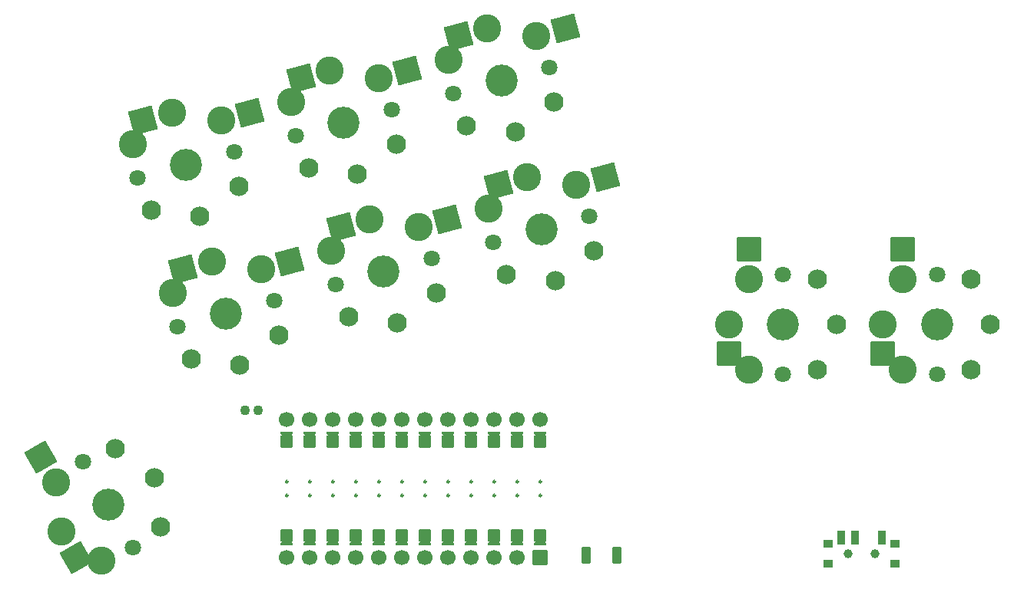
<source format=gbr>
%TF.GenerationSoftware,KiCad,Pcbnew,(6.0.5-0)*%
%TF.CreationDate,2022-07-11T16:51:09+02:00*%
%TF.ProjectId,kardV2,6b617264-5632-42e6-9b69-6361645f7063,v1.0.0*%
%TF.SameCoordinates,Original*%
%TF.FileFunction,Soldermask,Bot*%
%TF.FilePolarity,Negative*%
%FSLAX46Y46*%
G04 Gerber Fmt 4.6, Leading zero omitted, Abs format (unit mm)*
G04 Created by KiCad (PCBNEW (6.0.5-0)) date 2022-07-11 16:51:09*
%MOMM*%
%LPD*%
G01*
G04 APERTURE LIST*
G04 Aperture macros list*
%AMRoundRect*
0 Rectangle with rounded corners*
0 $1 Rounding radius*
0 $2 $3 $4 $5 $6 $7 $8 $9 X,Y pos of 4 corners*
0 Add a 4 corners polygon primitive as box body*
4,1,4,$2,$3,$4,$5,$6,$7,$8,$9,$2,$3,0*
0 Add four circle primitives for the rounded corners*
1,1,$1+$1,$2,$3*
1,1,$1+$1,$4,$5*
1,1,$1+$1,$6,$7*
1,1,$1+$1,$8,$9*
0 Add four rect primitives between the rounded corners*
20,1,$1+$1,$2,$3,$4,$5,0*
20,1,$1+$1,$4,$5,$6,$7,0*
20,1,$1+$1,$6,$7,$8,$9,0*
20,1,$1+$1,$8,$9,$2,$3,0*%
%AMFreePoly0*
4,1,16,0.635355,1.035355,0.650000,1.000000,0.650000,-0.250000,0.635355,-0.285355,0.600000,-0.300000,-0.600000,-0.300000,-0.635355,-0.285355,-0.650000,-0.250000,-0.650000,1.000000,-0.635355,1.035355,-0.600000,1.050000,-0.564645,1.035355,0.000000,0.470710,0.564645,1.035355,0.600000,1.050000,0.635355,1.035355,0.635355,1.035355,$1*%
%AMFreePoly1*
4,1,14,0.635355,0.435355,0.650000,0.400000,0.650000,0.200000,0.635355,0.164645,0.035355,-0.435355,0.000000,-0.450000,-0.035355,-0.435355,-0.635355,0.164645,-0.650000,0.200000,-0.650000,0.400000,-0.635355,0.435355,-0.600000,0.450000,0.600000,0.450000,0.635355,0.435355,0.635355,0.435355,$1*%
G04 Aperture macros list end*
%ADD10C,0.250000*%
%ADD11C,0.100000*%
%ADD12C,3.529000*%
%ADD13C,1.801800*%
%ADD14C,3.100000*%
%ADD15RoundRect,0.050000X1.775833X-0.475833X0.475833X1.775833X-1.775833X0.475833X-0.475833X-1.775833X0*%
%ADD16C,2.132000*%
%ADD17RoundRect,0.050000X-0.919239X-1.592168X1.592168X-0.919239X0.919239X1.592168X-1.592168X0.919239X0*%
%ADD18RoundRect,0.050000X1.300000X-1.300000X1.300000X1.300000X-1.300000X1.300000X-1.300000X-1.300000X0*%
%ADD19C,1.700000*%
%ADD20RoundRect,0.050000X0.800000X0.800000X-0.800000X0.800000X-0.800000X-0.800000X0.800000X-0.800000X0*%
%ADD21FreePoly0,0.000000*%
%ADD22FreePoly1,0.000000*%
%ADD23FreePoly1,180.000000*%
%ADD24FreePoly0,180.000000*%
%ADD25C,1.000000*%
%ADD26RoundRect,0.050000X-0.350000X-0.750000X0.350000X-0.750000X0.350000X0.750000X-0.350000X0.750000X0*%
%ADD27RoundRect,0.050000X-0.500000X-0.400000X0.500000X-0.400000X0.500000X0.400000X-0.500000X0.400000X0*%
%ADD28RoundRect,0.050000X0.450000X0.850000X-0.450000X0.850000X-0.450000X-0.850000X0.450000X-0.850000X0*%
%ADD29C,1.100000*%
G04 APERTURE END LIST*
D10*
%TO.C,MCU1*%
X37228950Y7200291D02*
G75*
G03*
X37228950Y7200291I-125000J0D01*
G01*
X37228950Y5676291D02*
G75*
G03*
X37228950Y5676291I-125000J0D01*
G01*
X39768950Y7200291D02*
G75*
G03*
X39768950Y7200291I-125000J0D01*
G01*
X39768950Y5676291D02*
G75*
G03*
X39768950Y5676291I-125000J0D01*
G01*
X42308950Y7200291D02*
G75*
G03*
X42308950Y7200291I-125000J0D01*
G01*
X42308950Y5676291D02*
G75*
G03*
X42308950Y5676291I-125000J0D01*
G01*
X44848950Y7200291D02*
G75*
G03*
X44848950Y7200291I-125000J0D01*
G01*
X44848950Y5676291D02*
G75*
G03*
X44848950Y5676291I-125000J0D01*
G01*
X47388950Y7200291D02*
G75*
G03*
X47388950Y7200291I-125000J0D01*
G01*
X47388950Y5676291D02*
G75*
G03*
X47388950Y5676291I-125000J0D01*
G01*
X49928950Y7200291D02*
G75*
G03*
X49928950Y7200291I-125000J0D01*
G01*
X49928950Y5676291D02*
G75*
G03*
X49928950Y5676291I-125000J0D01*
G01*
X52468950Y7200291D02*
G75*
G03*
X52468950Y7200291I-125000J0D01*
G01*
X52468950Y5676291D02*
G75*
G03*
X52468950Y5676291I-125000J0D01*
G01*
X55008950Y7200291D02*
G75*
G03*
X55008950Y7200291I-125000J0D01*
G01*
X55008950Y5676291D02*
G75*
G03*
X55008950Y5676291I-125000J0D01*
G01*
X57548950Y7200291D02*
G75*
G03*
X57548950Y7200291I-125000J0D01*
G01*
X57548950Y5676291D02*
G75*
G03*
X57548950Y5676291I-125000J0D01*
G01*
X60088950Y7200291D02*
G75*
G03*
X60088950Y7200291I-125000J0D01*
G01*
X60088950Y5676291D02*
G75*
G03*
X60088950Y5676291I-125000J0D01*
G01*
X62628950Y5676291D02*
G75*
G03*
X62628950Y5676291I-125000J0D01*
G01*
X62628950Y7200291D02*
G75*
G03*
X62628950Y7200291I-125000J0D01*
G01*
X65168950Y7200291D02*
G75*
G03*
X65168950Y7200291I-125000J0D01*
G01*
X65168950Y5676291D02*
G75*
G03*
X65168950Y5676291I-125000J0D01*
G01*
G36*
X37611950Y342291D02*
G01*
X36595950Y342291D01*
X36595950Y1358291D01*
X37611950Y1358291D01*
X37611950Y342291D01*
G37*
D11*
X37611950Y342291D02*
X36595950Y342291D01*
X36595950Y1358291D01*
X37611950Y1358291D01*
X37611950Y342291D01*
G36*
X40151950Y342291D02*
G01*
X39135950Y342291D01*
X39135950Y1358291D01*
X40151950Y1358291D01*
X40151950Y342291D01*
G37*
X40151950Y342291D02*
X39135950Y342291D01*
X39135950Y1358291D01*
X40151950Y1358291D01*
X40151950Y342291D01*
G36*
X42691950Y342291D02*
G01*
X41675950Y342291D01*
X41675950Y1358291D01*
X42691950Y1358291D01*
X42691950Y342291D01*
G37*
X42691950Y342291D02*
X41675950Y342291D01*
X41675950Y1358291D01*
X42691950Y1358291D01*
X42691950Y342291D01*
G36*
X45231950Y342291D02*
G01*
X44215950Y342291D01*
X44215950Y1358291D01*
X45231950Y1358291D01*
X45231950Y342291D01*
G37*
X45231950Y342291D02*
X44215950Y342291D01*
X44215950Y1358291D01*
X45231950Y1358291D01*
X45231950Y342291D01*
G36*
X47771950Y342291D02*
G01*
X46755950Y342291D01*
X46755950Y1358291D01*
X47771950Y1358291D01*
X47771950Y342291D01*
G37*
X47771950Y342291D02*
X46755950Y342291D01*
X46755950Y1358291D01*
X47771950Y1358291D01*
X47771950Y342291D01*
G36*
X50311950Y342291D02*
G01*
X49295950Y342291D01*
X49295950Y1358291D01*
X50311950Y1358291D01*
X50311950Y342291D01*
G37*
X50311950Y342291D02*
X49295950Y342291D01*
X49295950Y1358291D01*
X50311950Y1358291D01*
X50311950Y342291D01*
G36*
X52851950Y342291D02*
G01*
X51835950Y342291D01*
X51835950Y1358291D01*
X52851950Y1358291D01*
X52851950Y342291D01*
G37*
X52851950Y342291D02*
X51835950Y342291D01*
X51835950Y1358291D01*
X52851950Y1358291D01*
X52851950Y342291D01*
G36*
X55391950Y342291D02*
G01*
X54375950Y342291D01*
X54375950Y1358291D01*
X55391950Y1358291D01*
X55391950Y342291D01*
G37*
X55391950Y342291D02*
X54375950Y342291D01*
X54375950Y1358291D01*
X55391950Y1358291D01*
X55391950Y342291D01*
G36*
X57931950Y342291D02*
G01*
X56915950Y342291D01*
X56915950Y1358291D01*
X57931950Y1358291D01*
X57931950Y342291D01*
G37*
X57931950Y342291D02*
X56915950Y342291D01*
X56915950Y1358291D01*
X57931950Y1358291D01*
X57931950Y342291D01*
G36*
X60471950Y342291D02*
G01*
X59455950Y342291D01*
X59455950Y1358291D01*
X60471950Y1358291D01*
X60471950Y342291D01*
G37*
X60471950Y342291D02*
X59455950Y342291D01*
X59455950Y1358291D01*
X60471950Y1358291D01*
X60471950Y342291D01*
G36*
X63011950Y342291D02*
G01*
X61995950Y342291D01*
X61995950Y1358291D01*
X63011950Y1358291D01*
X63011950Y342291D01*
G37*
X63011950Y342291D02*
X61995950Y342291D01*
X61995950Y1358291D01*
X63011950Y1358291D01*
X63011950Y342291D01*
G36*
X65551950Y342291D02*
G01*
X64535950Y342291D01*
X64535950Y1358291D01*
X65551950Y1358291D01*
X65551950Y342291D01*
G37*
X65551950Y342291D02*
X64535950Y342291D01*
X64535950Y1358291D01*
X65551950Y1358291D01*
X65551950Y342291D01*
G36*
X37611950Y11518291D02*
G01*
X36595950Y11518291D01*
X36595950Y12534291D01*
X37611950Y12534291D01*
X37611950Y11518291D01*
G37*
X37611950Y11518291D02*
X36595950Y11518291D01*
X36595950Y12534291D01*
X37611950Y12534291D01*
X37611950Y11518291D01*
G36*
X40151950Y11518291D02*
G01*
X39135950Y11518291D01*
X39135950Y12534291D01*
X40151950Y12534291D01*
X40151950Y11518291D01*
G37*
X40151950Y11518291D02*
X39135950Y11518291D01*
X39135950Y12534291D01*
X40151950Y12534291D01*
X40151950Y11518291D01*
G36*
X42691950Y11518291D02*
G01*
X41675950Y11518291D01*
X41675950Y12534291D01*
X42691950Y12534291D01*
X42691950Y11518291D01*
G37*
X42691950Y11518291D02*
X41675950Y11518291D01*
X41675950Y12534291D01*
X42691950Y12534291D01*
X42691950Y11518291D01*
G36*
X45231950Y11518291D02*
G01*
X44215950Y11518291D01*
X44215950Y12534291D01*
X45231950Y12534291D01*
X45231950Y11518291D01*
G37*
X45231950Y11518291D02*
X44215950Y11518291D01*
X44215950Y12534291D01*
X45231950Y12534291D01*
X45231950Y11518291D01*
G36*
X47771950Y11518291D02*
G01*
X46755950Y11518291D01*
X46755950Y12534291D01*
X47771950Y12534291D01*
X47771950Y11518291D01*
G37*
X47771950Y11518291D02*
X46755950Y11518291D01*
X46755950Y12534291D01*
X47771950Y12534291D01*
X47771950Y11518291D01*
G36*
X50311950Y11518291D02*
G01*
X49295950Y11518291D01*
X49295950Y12534291D01*
X50311950Y12534291D01*
X50311950Y11518291D01*
G37*
X50311950Y11518291D02*
X49295950Y11518291D01*
X49295950Y12534291D01*
X50311950Y12534291D01*
X50311950Y11518291D01*
G36*
X52851950Y11518291D02*
G01*
X51835950Y11518291D01*
X51835950Y12534291D01*
X52851950Y12534291D01*
X52851950Y11518291D01*
G37*
X52851950Y11518291D02*
X51835950Y11518291D01*
X51835950Y12534291D01*
X52851950Y12534291D01*
X52851950Y11518291D01*
G36*
X55391950Y11518291D02*
G01*
X54375950Y11518291D01*
X54375950Y12534291D01*
X55391950Y12534291D01*
X55391950Y11518291D01*
G37*
X55391950Y11518291D02*
X54375950Y11518291D01*
X54375950Y12534291D01*
X55391950Y12534291D01*
X55391950Y11518291D01*
G36*
X57931950Y11518291D02*
G01*
X56915950Y11518291D01*
X56915950Y12534291D01*
X57931950Y12534291D01*
X57931950Y11518291D01*
G37*
X57931950Y11518291D02*
X56915950Y11518291D01*
X56915950Y12534291D01*
X57931950Y12534291D01*
X57931950Y11518291D01*
G36*
X60471950Y11518291D02*
G01*
X59455950Y11518291D01*
X59455950Y12534291D01*
X60471950Y12534291D01*
X60471950Y11518291D01*
G37*
X60471950Y11518291D02*
X59455950Y11518291D01*
X59455950Y12534291D01*
X60471950Y12534291D01*
X60471950Y11518291D01*
G36*
X63011950Y11518291D02*
G01*
X61995950Y11518291D01*
X61995950Y12534291D01*
X63011950Y12534291D01*
X63011950Y11518291D01*
G37*
X63011950Y11518291D02*
X61995950Y11518291D01*
X61995950Y12534291D01*
X63011950Y12534291D01*
X63011950Y11518291D01*
G36*
X65551950Y11518291D02*
G01*
X64535950Y11518291D01*
X64535950Y12534291D01*
X65551950Y12534291D01*
X65551950Y11518291D01*
G37*
X65551950Y11518291D02*
X64535950Y11518291D01*
X64535950Y12534291D01*
X65551950Y12534291D01*
X65551950Y11518291D01*
%TD*%
D12*
%TO.C,S1*%
X17386665Y4658743D03*
D13*
X14636665Y9421883D03*
X20136665Y-104397D03*
D14*
X11639070Y7113870D03*
X12233814Y1683743D03*
D15*
X13871314Y-1152490D03*
X10001570Y9950103D03*
D14*
X16639070Y-1546384D03*
X12233814Y1683743D03*
%TD*%
D12*
%TO.C,S2*%
X17386665Y4658743D03*
D13*
X20136665Y-104397D03*
X14636665Y9421883D03*
D16*
X23177562Y2228616D03*
X22496215Y7608743D03*
X18177562Y10888870D03*
X22496215Y7608743D03*
%TD*%
D12*
%TO.C,S3*%
X30373406Y25738225D03*
D13*
X35685998Y27161730D03*
X25060814Y24314720D03*
D14*
X34232464Y30654542D03*
X28833433Y31485484D03*
D17*
X25670026Y30637851D03*
X37395871Y31502174D03*
D14*
X24573205Y28066352D03*
X28833433Y31485484D03*
%TD*%
D12*
%TO.C,S4*%
X30373406Y25738225D03*
D13*
X25060814Y24314720D03*
X35685998Y27161730D03*
D16*
X26527289Y20773612D03*
X31900438Y20039263D03*
X36186548Y23361802D03*
X31900438Y20039263D03*
%TD*%
D12*
%TO.C,S5*%
X25973482Y42158964D03*
D13*
X31286074Y43582469D03*
X20660890Y40735459D03*
D14*
X29832540Y47075281D03*
X24433509Y47906223D03*
D17*
X21270102Y47058590D03*
X32995947Y47922913D03*
D14*
X20173281Y44487091D03*
X24433509Y47906223D03*
%TD*%
D12*
%TO.C,S6*%
X25973482Y42158964D03*
D13*
X20660890Y40735459D03*
X31286074Y43582469D03*
D16*
X22127365Y37194351D03*
X27500514Y36460002D03*
X31786624Y39782541D03*
X27500514Y36460002D03*
%TD*%
D12*
%TO.C,S7*%
X47760071Y30396968D03*
D13*
X53072663Y31820473D03*
X42447479Y28973463D03*
D14*
X51619129Y35313285D03*
X46220098Y36144227D03*
D17*
X43056691Y35296594D03*
X54782536Y36160917D03*
D14*
X41959870Y32725095D03*
X46220098Y36144227D03*
%TD*%
D12*
%TO.C,S8*%
X47760071Y30396968D03*
D13*
X42447479Y28973463D03*
X53072663Y31820473D03*
D16*
X43913954Y25432355D03*
X49287103Y24698006D03*
X53573213Y28020545D03*
X49287103Y24698006D03*
%TD*%
D12*
%TO.C,S9*%
X43360147Y46817707D03*
D13*
X48672739Y48241212D03*
X38047555Y45394202D03*
D14*
X47219205Y51734024D03*
X41820174Y52564966D03*
D17*
X38656767Y51717333D03*
X50382612Y52581656D03*
D14*
X37559946Y49145834D03*
X41820174Y52564966D03*
%TD*%
D12*
%TO.C,S10*%
X43360147Y46817707D03*
D13*
X38047555Y45394202D03*
X48672739Y48241212D03*
D16*
X39514030Y41853094D03*
X44887179Y41118745D03*
X49173289Y44441284D03*
X44887179Y41118745D03*
%TD*%
D12*
%TO.C,S11*%
X65146736Y35055710D03*
D13*
X70459328Y36479215D03*
X59834144Y33632205D03*
D14*
X69005794Y39972027D03*
X63606763Y40802969D03*
D17*
X60443356Y39955336D03*
X72169201Y40819659D03*
D14*
X59346535Y37383837D03*
X63606763Y40802969D03*
%TD*%
D12*
%TO.C,S12*%
X65146736Y35055710D03*
D13*
X59834144Y33632205D03*
X70459328Y36479215D03*
D16*
X61300619Y30091097D03*
X66673768Y29356748D03*
X70959878Y32679287D03*
X66673768Y29356748D03*
%TD*%
D12*
%TO.C,S13*%
X60746812Y51476449D03*
D13*
X66059404Y52899954D03*
X55434220Y50052944D03*
D14*
X64605870Y56392766D03*
X59206839Y57223708D03*
D17*
X56043432Y56376075D03*
X67769277Y57240398D03*
D14*
X54946611Y53804576D03*
X59206839Y57223708D03*
%TD*%
D12*
%TO.C,S14*%
X60746812Y51476449D03*
D13*
X55434220Y50052944D03*
X66059404Y52899954D03*
D16*
X56900695Y46511836D03*
X62273844Y45777487D03*
X66559954Y49100026D03*
X62273844Y45777487D03*
%TD*%
D12*
%TO.C,S15*%
X91762954Y24587809D03*
D13*
X91762954Y30087809D03*
X91762954Y19087809D03*
D14*
X88012954Y29587809D03*
X85812954Y24587809D03*
D18*
X85812954Y21312809D03*
X88012954Y32862809D03*
D14*
X88012954Y19587809D03*
X85812954Y24587809D03*
%TD*%
D12*
%TO.C,S16*%
X91762954Y24587809D03*
D13*
X91762954Y19087809D03*
X91762954Y30087809D03*
D16*
X95562954Y19587809D03*
X97662954Y24587809D03*
X95562954Y29587809D03*
X97662954Y24587809D03*
%TD*%
D12*
%TO.C,S17*%
X108741388Y24588164D03*
D13*
X108741388Y30088164D03*
X108741388Y19088164D03*
D14*
X104991388Y29588164D03*
X102791388Y24588164D03*
D18*
X102791388Y21313164D03*
X104991388Y32863164D03*
D14*
X104991388Y19588164D03*
X102791388Y24588164D03*
%TD*%
D12*
%TO.C,S18*%
X108741388Y24588164D03*
D13*
X108741388Y19088164D03*
X108741388Y30088164D03*
D16*
X112541388Y19588164D03*
X114641388Y24588164D03*
X112541388Y29588164D03*
X114641388Y24588164D03*
%TD*%
D19*
%TO.C,MCU1*%
X65043950Y14058291D03*
X62503950Y14058291D03*
X59963950Y14058291D03*
X57423950Y14058291D03*
X54883950Y14058291D03*
X52343950Y14058291D03*
X49803950Y14058291D03*
X47263950Y14058291D03*
X44723950Y14058291D03*
X42183950Y14058291D03*
X39643950Y14058291D03*
X37103950Y14058291D03*
X37103950Y-1181709D03*
X39643950Y-1181709D03*
X42183950Y-1181709D03*
X44723950Y-1181709D03*
X47263950Y-1181709D03*
X49803950Y-1181709D03*
X52343950Y-1181709D03*
X54883950Y-1181709D03*
X57423950Y-1181709D03*
X59963950Y-1181709D03*
X62503950Y-1181709D03*
X65043950Y-1181709D03*
D20*
X65043950Y-1181709D03*
D21*
X65043950Y11264291D03*
D22*
X65043950Y12280291D03*
X62503950Y12280291D03*
D21*
X62503950Y11264291D03*
D22*
X59963950Y12280291D03*
D21*
X59963950Y11264291D03*
D22*
X57423950Y12280291D03*
D21*
X57423950Y11264291D03*
D22*
X54883950Y12280291D03*
D21*
X54883950Y11264291D03*
D22*
X52343950Y12280291D03*
D21*
X52343950Y11264291D03*
D22*
X49803950Y12280291D03*
D21*
X49803950Y11264291D03*
D22*
X47263950Y12280291D03*
D21*
X47263950Y11264291D03*
D22*
X44723950Y12280291D03*
D21*
X44723950Y11264291D03*
D22*
X42183950Y12280291D03*
D21*
X42183950Y11264291D03*
D22*
X39643950Y12280291D03*
D21*
X39643950Y11264291D03*
D22*
X37103950Y12280291D03*
D21*
X37103950Y11264291D03*
D23*
X65043950Y596291D03*
D24*
X65043950Y1612291D03*
X62503950Y1612291D03*
D23*
X62503950Y596291D03*
D24*
X59963950Y1612291D03*
D23*
X59963950Y596291D03*
D24*
X57423950Y1612291D03*
D23*
X57423950Y596291D03*
D24*
X54883950Y1612291D03*
D23*
X54883950Y596291D03*
D24*
X52343950Y1612291D03*
D23*
X52343950Y596291D03*
D24*
X49803950Y1612291D03*
D23*
X49803950Y596291D03*
D24*
X47263950Y1612291D03*
D23*
X47263950Y596291D03*
D24*
X44723950Y1612291D03*
D23*
X44723950Y596291D03*
D24*
X42183950Y1612291D03*
D23*
X42183950Y596291D03*
D24*
X39643950Y1612291D03*
D23*
X39643950Y596291D03*
D24*
X37103950Y1612291D03*
D23*
X37103950Y596291D03*
%TD*%
D25*
%TO.C,*%
X98941388Y-741836D03*
X101941388Y-741836D03*
X98941388Y-741836D03*
X101941388Y-741836D03*
D26*
X102691388Y1018164D03*
X99691388Y1018164D03*
X98191388Y1018164D03*
D27*
X104091388Y-1841836D03*
X96791388Y-1841836D03*
X96791388Y368164D03*
X104091388Y368164D03*
%TD*%
D28*
%TO.C,*%
X70062954Y-912191D03*
X73462954Y-912191D03*
%TD*%
D29*
%TO.C,*%
X32470416Y15113041D03*
X33970416Y15113041D03*
%TD*%
M02*

</source>
